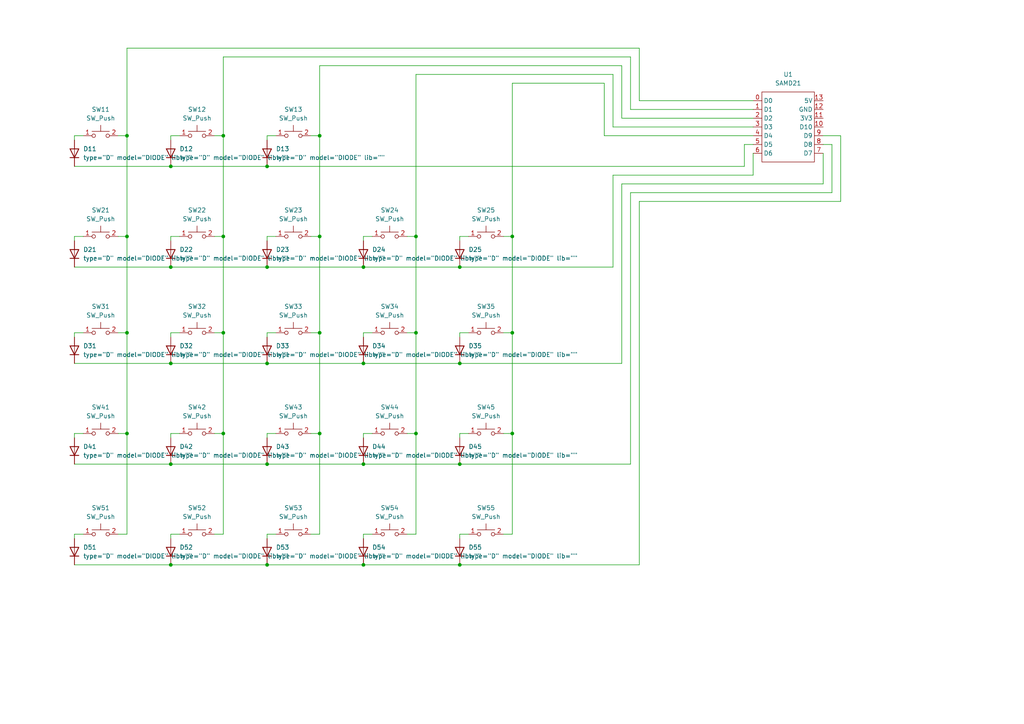
<source format=kicad_sch>
(kicad_sch (version 20211123) (generator eeschema)
  (paper "A4")
  (title_block (title "ktMacroPad") (date "2025-01-25") (rev "1"))
  (lib_symbols
    (symbol "Simulation_SPICE:DIODE" (pin_numbers hide) (pin_names (offset 1.016) hide)
      (property "Reference" "D" (at 0 2.54 0))
      (property "Value" "DIODE" (at 0 -2.54 0))
      (symbol "DIODE_0_1"
        (polyline (pts (xy 1.27 0) (xy -1.27 0)))
        (polyline (pts (xy 1.27 1.27) (xy 1.27 -1.27)) (stroke (width 0.254)))
        (polyline (pts (xy -1.27 -1.27) (xy -1.27 1.27) (xy 1.27 0) (xy -1.27 -1.27)) (stroke (width 0.254)))
      )
      (symbol "DIODE_1_1"
        (pin passive line (at -3.81 0 0) (length 2.54) (name "A") (number "1"))
        (pin passive line (at 3.81 0 180) (length 2.54) (name "K") (number "2"))
      )
    )
    (symbol "ktMacroPad:SAMD21"
      (property "Reference" "U" (at 0 12.7 0))
      (property "Value" "SAMD21" (at 0 0 90))
      (symbol "SAMD21_0_1"
        (rectangle (start -7.62 10.16) (end 7.62 -10.16))
      )
      (symbol "SAMD21_1_1"
        (pin bidirectional line (at -10.16 7.62 0) (length 2.54) (name "D0") (number "0"))
        (pin bidirectional line (at -10.16 5.08 0) (length 2.54) (name "D1") (number "1"))
        (pin bidirectional line (at 10.16 0 180) (length 2.54) (name "D10") (number "10"))
        (pin bidirectional line (at 10.16 2.54 180) (length 2.54) (name "3V3") (number "11"))
        (pin power_in line (at 10.16 5.08 180) (length 2.54) (name "GND") (number "12"))
        (pin bidirectional line (at 10.16 7.62 180) (length 2.54) (name "5V") (number "13"))
        (pin bidirectional line (at -10.16 2.54 0) (length 2.54) (name "D2") (number "2"))
        (pin bidirectional line (at -10.16 0 0) (length 2.54) (name "D3") (number "3"))
        (pin bidirectional line (at -10.16 -2.54 0) (length 2.54) (name "D4") (number "4"))
        (pin bidirectional line (at -10.16 -5.08 0) (length 2.54) (name "D5") (number "5"))
        (pin bidirectional line (at -10.16 -7.62 0) (length 2.54) (name "D6") (number "6"))
        (pin bidirectional line (at 10.16 -7.62 180) (length 2.54) (name "D7") (number "7"))
        (pin bidirectional line (at 10.16 -5.08 180) (length 2.54) (name "D8") (number "8"))
        (pin bidirectional line (at 10.16 -2.54 180) (length 2.54) (name "D9") (number "9"))
      )
    )
    (symbol "ktMacroPad:SW_Push" (pin_names (offset 1.016) hide)
      (property "Reference" "SW" (at 2.54 2.54 0))
      (property "Value" "SW_Push" (at 0 -1.27 0))
      (symbol "SW_Push_0_1"
        (circle (center -2.032 0) (radius 0.508))
        (polyline (pts (xy 0 1.27) (xy 0 3.048)))
        (polyline (pts (xy 2.54 1.27) (xy -2.54 1.27)))
        (circle (center 2.032 0) (radius 0.508))
        (pin passive line (at -5.08 0 0) (length 2.54) (name "1") (number "1"))
        (pin passive line (at 5.08 0 180) (length 2.54) (name "2") (number "2"))
      )
    )
  )
  (junction (at 92.71 39.37))
  (junction (at 77.47 134.62))
  (junction (at 105.41 105.41))
  (junction (at 133.35 105.41))
  (junction (at 92.71 68.58))
  (junction (at 148.59 96.52))
  (junction (at 105.41 134.62))
  (junction (at 36.83 68.58))
  (junction (at 49.53 163.83))
  (junction (at 49.53 77.47))
  (junction (at 64.77 125.73))
  (junction (at 133.35 77.47))
  (junction (at 64.77 39.37))
  (junction (at 133.35 134.62))
  (junction (at 148.59 68.58))
  (junction (at 92.71 125.73))
  (junction (at 36.83 39.37))
  (junction (at 64.77 68.58))
  (junction (at 133.35 163.83))
  (junction (at 77.47 77.47))
  (junction (at 120.65 125.73))
  (junction (at 120.65 68.58))
  (junction (at 120.65 96.52))
  (junction (at 105.41 163.83))
  (junction (at 77.47 163.83))
  (junction (at 36.83 96.52))
  (junction (at 49.53 105.41))
  (junction (at 36.83 125.73))
  (junction (at 77.47 48.26))
  (junction (at 49.53 134.62))
  (junction (at 105.41 77.47))
  (junction (at 64.77 96.52))
  (junction (at 77.47 105.41))
  (junction (at 92.71 96.52))
  (junction (at 148.59 125.73))
  (junction (at 49.53 48.26))
  (wire (pts (xy 52.07 154.94) (xy 49.53 154.94)))
  (wire (pts (xy 21.59 68.58) (xy 21.59 69.85)))
  (wire (pts (xy 90.17 125.73) (xy 92.71 125.73)))
  (wire (pts (xy 107.95 96.52) (xy 105.41 96.52)))
  (wire (pts (xy 146.05 96.52) (xy 148.59 96.52)))
  (wire (pts (xy 105.41 96.52) (xy 105.41 97.79)))
  (wire (pts (xy 62.23 125.73) (xy 64.77 125.73)))
  (wire (pts (xy 36.83 13.97) (xy 36.83 39.37)))
  (wire (pts (xy 64.77 125.73) (xy 64.77 154.94)))
  (wire (pts (xy 49.53 134.62) (xy 77.47 134.62)))
  (wire (pts (xy 218.44 36.83) (xy 177.8 36.83)))
  (wire (pts (xy 177.8 36.83) (xy 177.8 21.59)))
  (wire (pts (xy 77.47 105.41) (xy 105.41 105.41)))
  (wire (pts (xy 62.23 96.52) (xy 64.77 96.52)))
  (wire (pts (xy 148.59 68.58) (xy 148.59 96.52)))
  (wire (pts (xy 177.8 50.8) (xy 177.8 77.47)))
  (wire (pts (xy 180.34 105.41) (xy 133.35 105.41)))
  (wire (pts (xy 218.44 34.29) (xy 180.34 34.29)))
  (wire (pts (xy 34.29 154.94) (xy 36.83 154.94)))
  (wire (pts (xy 80.01 39.37) (xy 77.47 39.37)))
  (wire (pts (xy 36.83 68.58) (xy 36.83 96.52)))
  (wire (pts (xy 49.53 163.83) (xy 77.47 163.83)))
  (wire (pts (xy 118.11 125.73) (xy 120.65 125.73)))
  (wire (pts (xy 49.53 96.52) (xy 49.53 97.79)))
  (wire (pts (xy 64.77 96.52) (xy 64.77 125.73)))
  (wire (pts (xy 36.83 125.73) (xy 36.83 154.94)))
  (wire (pts (xy 77.47 39.37) (xy 77.47 40.64)))
  (wire (pts (xy 49.53 77.47) (xy 77.47 77.47)))
  (wire (pts (xy 62.23 154.94) (xy 64.77 154.94)))
  (wire (pts (xy 120.65 21.59) (xy 120.65 68.58)))
  (wire (pts (xy 90.17 96.52) (xy 92.71 96.52)))
  (wire (pts (xy 215.9 41.91) (xy 215.9 48.26)))
  (wire (pts (xy 90.17 154.94) (xy 92.71 154.94)))
  (wire (pts (xy 107.95 154.94) (xy 105.41 154.94)))
  (wire (pts (xy 177.8 77.47) (xy 133.35 77.47)))
  (wire (pts (xy 135.89 154.94) (xy 133.35 154.94)))
  (wire (pts (xy 241.3 41.91) (xy 241.3 55.88)))
  (wire (pts (xy 77.47 77.47) (xy 105.41 77.47)))
  (wire (pts (xy 105.41 134.62) (xy 133.35 134.62)))
  (wire (pts (xy 105.41 77.47) (xy 133.35 77.47)))
  (wire (pts (xy 64.77 16.51) (xy 64.77 39.37)))
  (wire (pts (xy 34.29 39.37) (xy 36.83 39.37)))
  (wire (pts (xy 21.59 105.41) (xy 49.53 105.41)))
  (wire (pts (xy 21.59 125.73) (xy 21.59 127)))
  (wire (pts (xy 182.88 16.51) (xy 64.77 16.51)))
  (wire (pts (xy 243.84 39.37) (xy 243.84 58.42)))
  (wire (pts (xy 92.71 19.05) (xy 92.71 39.37)))
  (wire (pts (xy 120.65 96.52) (xy 120.65 125.73)))
  (wire (pts (xy 21.59 134.62) (xy 49.53 134.62)))
  (wire (pts (xy 135.89 125.73) (xy 133.35 125.73)))
  (wire (pts (xy 135.89 68.58) (xy 133.35 68.58)))
  (wire (pts (xy 180.34 53.34) (xy 180.34 105.41)))
  (wire (pts (xy 77.47 48.26) (xy 215.9 48.26)))
  (wire (pts (xy 215.9 41.91) (xy 218.44 41.91)))
  (wire (pts (xy 148.59 125.73) (xy 148.59 154.94)))
  (wire (pts (xy 218.44 31.75) (xy 182.88 31.75)))
  (wire (pts (xy 90.17 68.58) (xy 92.71 68.58)))
  (wire (pts (xy 49.53 154.94) (xy 49.53 156.21)))
  (wire (pts (xy 64.77 39.37) (xy 64.77 68.58)))
  (wire (pts (xy 21.59 96.52) (xy 21.59 97.79)))
  (wire (pts (xy 24.13 39.37) (xy 21.59 39.37)))
  (wire (pts (xy 120.65 125.73) (xy 120.65 154.94)))
  (wire (pts (xy 77.47 125.73) (xy 77.47 127)))
  (wire (pts (xy 21.59 154.94) (xy 21.59 156.21)))
  (wire (pts (xy 80.01 154.94) (xy 77.47 154.94)))
  (wire (pts (xy 180.34 53.34) (xy 238.76 53.34)))
  (wire (pts (xy 133.35 96.52) (xy 133.35 97.79)))
  (wire (pts (xy 64.77 68.58) (xy 64.77 96.52)))
  (wire (pts (xy 24.13 125.73) (xy 21.59 125.73)))
  (wire (pts (xy 118.11 96.52) (xy 120.65 96.52)))
  (wire (pts (xy 118.11 68.58) (xy 120.65 68.58)))
  (wire (pts (xy 62.23 68.58) (xy 64.77 68.58)))
  (wire (pts (xy 92.71 96.52) (xy 92.71 125.73)))
  (wire (pts (xy 24.13 68.58) (xy 21.59 68.58)))
  (wire (pts (xy 218.44 44.45) (xy 218.44 50.8)))
  (wire (pts (xy 34.29 96.52) (xy 36.83 96.52)))
  (wire (pts (xy 105.41 125.73) (xy 105.41 127)))
  (wire (pts (xy 77.47 154.94) (xy 77.47 156.21)))
  (wire (pts (xy 52.07 96.52) (xy 49.53 96.52)))
  (wire (pts (xy 180.34 34.29) (xy 180.34 19.05)))
  (wire (pts (xy 92.71 39.37) (xy 92.71 68.58)))
  (wire (pts (xy 49.53 48.26) (xy 77.47 48.26)))
  (wire (pts (xy 24.13 96.52) (xy 21.59 96.52)))
  (wire (pts (xy 241.3 55.88) (xy 182.88 55.88)))
  (wire (pts (xy 77.47 96.52) (xy 77.47 97.79)))
  (wire (pts (xy 243.84 58.42) (xy 185.42 58.42)))
  (wire (pts (xy 180.34 19.05) (xy 92.71 19.05)))
  (wire (pts (xy 238.76 44.45) (xy 238.76 53.34)))
  (wire (pts (xy 24.13 154.94) (xy 21.59 154.94)))
  (wire (pts (xy 107.95 68.58) (xy 105.41 68.58)))
  (wire (pts (xy 118.11 154.94) (xy 120.65 154.94)))
  (wire (pts (xy 120.65 68.58) (xy 120.65 96.52)))
  (wire (pts (xy 34.29 68.58) (xy 36.83 68.58)))
  (wire (pts (xy 49.53 68.58) (xy 49.53 69.85)))
  (wire (pts (xy 177.8 50.8) (xy 218.44 50.8)))
  (wire (pts (xy 49.53 125.73) (xy 49.53 127)))
  (wire (pts (xy 182.88 55.88) (xy 182.88 134.62)))
  (wire (pts (xy 105.41 163.83) (xy 133.35 163.83)))
  (wire (pts (xy 177.8 21.59) (xy 120.65 21.59)))
  (wire (pts (xy 80.01 96.52) (xy 77.47 96.52)))
  (wire (pts (xy 146.05 68.58) (xy 148.59 68.58)))
  (wire (pts (xy 49.53 105.41) (xy 77.47 105.41)))
  (wire (pts (xy 92.71 125.73) (xy 92.71 154.94)))
  (wire (pts (xy 21.59 163.83) (xy 49.53 163.83)))
  (wire (pts (xy 175.26 39.37) (xy 175.26 24.13)))
  (wire (pts (xy 182.88 134.62) (xy 133.35 134.62)))
  (wire (pts (xy 135.89 96.52) (xy 133.35 96.52)))
  (wire (pts (xy 185.42 13.97) (xy 36.83 13.97)))
  (wire (pts (xy 105.41 68.58) (xy 105.41 69.85)))
  (wire (pts (xy 90.17 39.37) (xy 92.71 39.37)))
  (wire (pts (xy 133.35 68.58) (xy 133.35 69.85)))
  (wire (pts (xy 80.01 68.58) (xy 77.47 68.58)))
  (wire (pts (xy 175.26 24.13) (xy 148.59 24.13)))
  (wire (pts (xy 133.35 125.73) (xy 133.35 127)))
  (wire (pts (xy 105.41 105.41) (xy 133.35 105.41)))
  (wire (pts (xy 146.05 125.73) (xy 148.59 125.73)))
  (wire (pts (xy 21.59 77.47) (xy 49.53 77.47)))
  (wire (pts (xy 80.01 125.73) (xy 77.47 125.73)))
  (wire (pts (xy 218.44 29.21) (xy 185.42 29.21)))
  (wire (pts (xy 21.59 39.37) (xy 21.59 40.64)))
  (wire (pts (xy 92.71 68.58) (xy 92.71 96.52)))
  (wire (pts (xy 133.35 163.83) (xy 185.42 163.83)))
  (wire (pts (xy 148.59 96.52) (xy 148.59 125.73)))
  (wire (pts (xy 52.07 125.73) (xy 49.53 125.73)))
  (wire (pts (xy 146.05 154.94) (xy 148.59 154.94)))
  (wire (pts (xy 34.29 125.73) (xy 36.83 125.73)))
  (wire (pts (xy 77.47 163.83) (xy 105.41 163.83)))
  (wire (pts (xy 133.35 154.94) (xy 133.35 156.21)))
  (wire (pts (xy 36.83 96.52) (xy 36.83 125.73)))
  (wire (pts (xy 77.47 134.62) (xy 105.41 134.62)))
  (wire (pts (xy 238.76 39.37) (xy 243.84 39.37)))
  (wire (pts (xy 52.07 39.37) (xy 49.53 39.37)))
  (wire (pts (xy 77.47 68.58) (xy 77.47 69.85)))
  (wire (pts (xy 218.44 39.37) (xy 175.26 39.37)))
  (wire (pts (xy 185.42 58.42) (xy 185.42 163.83)))
  (wire (pts (xy 52.07 68.58) (xy 49.53 68.58)))
  (wire (pts (xy 148.59 24.13) (xy 148.59 68.58)))
  (wire (pts (xy 105.41 154.94) (xy 105.41 156.21)))
  (wire (pts (xy 238.76 41.91) (xy 241.3 41.91)))
  (wire (pts (xy 49.53 39.37) (xy 49.53 40.64)))
  (wire (pts (xy 185.42 29.21) (xy 185.42 13.97)))
  (wire (pts (xy 21.59 48.26) (xy 49.53 48.26)))
  (wire (pts (xy 62.23 39.37) (xy 64.77 39.37)))
  (wire (pts (xy 182.88 31.75) (xy 182.88 16.51)))
  (wire (pts (xy 107.95 125.73) (xy 105.41 125.73)))
  (wire (pts (xy 36.83 39.37) (xy 36.83 68.58)))
  (symbol (lib_id "ktMacroPad:SW_Push") (at 140.97 68.58 0) (unit 1)
    (property "Reference" "SW25" (at 140.97 60.96 0))
    (property "Value" "SW_Push" (at 140.97 63.5 0))
    (property "Footprint" "ktMacroPad:MX_Choc_Socket" (effects hide))
  )
  (symbol (lib_id "ktMacroPad:SW_Push") (at 29.21 96.52 0) (unit 1)
    (property "Reference" "SW31" (at 29.21 88.9 0))
    (property "Value" "SW_Push" (at 29.21 91.44 0))
    (property "Footprint" "ktMacroPad:MX_Choc_Socket" (effects hide))
  )
  (symbol (lib_id "Simulation_SPICE:DIODE") (at 77.47 44.45 270) (unit 1)
    (property "Reference" "D13" (at 80.01 43.1799 90) (effects (justify left)))
    (property "Value" "DIODE" (at 80.01 45.7199 90) (effects (justify left)))
    (property "Footprint" "ktMacroPad:DI" (effects hide))
    (property "Spice_Netlist_Enabled" "Y" (effects hide))
    (property "Spice_Primitive" "D" (effects hide))
  )
  (symbol (lib_id "ktMacroPad:SW_Push") (at 29.21 39.37 0) (unit 1)
    (property "Reference" "SW11" (at 29.21 31.75 0))
    (property "Value" "SW_Push" (at 29.21 34.29 0))
    (property "Footprint" "ktMacroPad:MX_Choc_Socket" (effects hide))
  )
  (symbol (lib_id "Simulation_SPICE:DIODE") (at 49.53 44.45 270) (unit 1)
    (property "Reference" "D12" (at 52.07 43.1799 90) (effects (justify left)))
    (property "Value" "DIODE" (at 52.07 45.7199 90) (effects (justify left)))
    (property "Footprint" "ktMacroPad:DI" (effects hide))
    (property "Spice_Netlist_Enabled" "Y" (effects hide))
    (property "Spice_Primitive" "D" (effects hide))
  )
  (symbol (lib_id "Simulation_SPICE:DIODE") (at 133.35 73.66 270) (unit 1)
    (property "Reference" "D25" (at 135.89 72.3899 90) (effects (justify left)))
    (property "Value" "DIODE" (at 135.89 74.9299 90) (effects (justify left)))
    (property "Footprint" "ktMacroPad:DI" (effects hide))
    (property "Spice_Netlist_Enabled" "Y" (effects hide))
    (property "Spice_Primitive" "D" (effects hide))
  )
  (symbol (lib_id "ktMacroPad:SW_Push") (at 57.15 96.52 0) (unit 1)
    (property "Reference" "SW32" (at 57.15 88.9 0))
    (property "Value" "SW_Push" (at 57.15 91.44 0))
    (property "Footprint" "ktMacroPad:MX_Choc_Socket" (effects hide))
  )
  (symbol (lib_id "ktMacroPad:SW_Push") (at 140.97 96.52 0) (unit 1)
    (property "Reference" "SW35" (at 140.97 88.9 0))
    (property "Value" "SW_Push" (at 140.97 91.44 0))
    (property "Footprint" "ktMacroPad:MX_Choc_Socket" (effects hide))
  )
  (symbol (lib_id "ktMacroPad:SW_Push") (at 29.21 68.58 0) (unit 1)
    (property "Reference" "SW21" (at 29.21 60.96 0))
    (property "Value" "SW_Push" (at 29.21 63.5 0))
    (property "Footprint" "ktMacroPad:MX_Choc_Socket" (effects hide))
  )
  (symbol (lib_id "ktMacroPad:SW_Push") (at 57.15 39.37 0) (unit 1)
    (property "Reference" "SW12" (at 57.15 31.75 0))
    (property "Value" "SW_Push" (at 57.15 34.29 0))
    (property "Footprint" "ktMacroPad:MX_Choc_Socket" (effects hide))
  )
  (symbol (lib_id "ktMacroPad:SW_Push") (at 113.03 68.58 0) (unit 1)
    (property "Reference" "SW24" (at 113.03 60.96 0))
    (property "Value" "SW_Push" (at 113.03 63.5 0))
    (property "Footprint" "ktMacroPad:MX_Choc_Socket" (effects hide))
  )
  (symbol (lib_id "Simulation_SPICE:DIODE") (at 49.53 130.81 270) (unit 1)
    (property "Reference" "D42" (at 52.07 129.5399 90) (effects (justify left)))
    (property "Value" "DIODE" (at 52.07 132.0799 90) (effects (justify left)))
    (property "Footprint" "ktMacroPad:DI" (effects hide))
    (property "Spice_Netlist_Enabled" "Y" (effects hide))
    (property "Spice_Primitive" "D" (effects hide))
  )
  (symbol (lib_id "Simulation_SPICE:DIODE") (at 133.35 101.6 270) (unit 1)
    (property "Reference" "D35" (at 135.89 100.3299 90) (effects (justify left)))
    (property "Value" "DIODE" (at 135.89 102.8699 90) (effects (justify left)))
    (property "Footprint" "ktMacroPad:DI" (effects hide))
    (property "Spice_Netlist_Enabled" "Y" (effects hide))
    (property "Spice_Primitive" "D" (effects hide))
  )
  (symbol (lib_id "Simulation_SPICE:DIODE") (at 21.59 44.45 270) (unit 1)
    (property "Reference" "D11" (at 24.13 43.1799 90) (effects (justify left)))
    (property "Value" "DIODE" (at 24.13 45.7199 90) (effects (justify left)))
    (property "Footprint" "ktMacroPad:DI" (effects hide))
    (property "Spice_Netlist_Enabled" "Y" (effects hide))
    (property "Spice_Primitive" "D" (effects hide))
  )
  (symbol (lib_id "ktMacroPad:SW_Push") (at 113.03 125.73 0) (unit 1)
    (property "Reference" "SW44" (at 113.03 118.11 0))
    (property "Value" "SW_Push" (at 113.03 120.65 0))
    (property "Footprint" "ktMacroPad:MX_Choc_Socket" (effects hide))
  )
  (symbol (lib_id "Simulation_SPICE:DIODE") (at 49.53 160.02 270) (unit 1)
    (property "Reference" "D52" (at 52.07 158.7499 90) (effects (justify left)))
    (property "Value" "DIODE" (at 52.07 161.2899 90) (effects (justify left)))
    (property "Footprint" "ktMacroPad:DI" (effects hide))
    (property "Spice_Netlist_Enabled" "Y" (effects hide))
    (property "Spice_Primitive" "D" (effects hide))
  )
  (symbol (lib_id "ktMacroPad:SW_Push") (at 113.03 96.52 0) (unit 1)
    (property "Reference" "SW34" (at 113.03 88.9 0))
    (property "Value" "SW_Push" (at 113.03 91.44 0))
    (property "Footprint" "ktMacroPad:MX_Choc_Socket" (effects hide))
  )
  (symbol (lib_id "Simulation_SPICE:DIODE") (at 105.41 73.66 270) (unit 1)
    (property "Reference" "D24" (at 107.95 72.3899 90) (effects (justify left)))
    (property "Value" "DIODE" (at 107.95 74.9299 90) (effects (justify left)))
    (property "Footprint" "ktMacroPad:DI" (effects hide))
    (property "Spice_Netlist_Enabled" "Y" (effects hide))
    (property "Spice_Primitive" "D" (effects hide))
  )
  (symbol (lib_id "ktMacroPad:SW_Push") (at 57.15 68.58 0) (unit 1)
    (property "Reference" "SW22" (at 57.15 60.96 0))
    (property "Value" "SW_Push" (at 57.15 63.5 0))
    (property "Footprint" "ktMacroPad:MX_Choc_Socket" (effects hide))
  )
  (symbol (lib_id "Simulation_SPICE:DIODE") (at 49.53 101.6 270) (unit 1)
    (property "Reference" "D32" (at 52.07 100.3299 90) (effects (justify left)))
    (property "Value" "DIODE" (at 52.07 102.8699 90) (effects (justify left)))
    (property "Footprint" "ktMacroPad:DI" (effects hide))
    (property "Spice_Netlist_Enabled" "Y" (effects hide))
    (property "Spice_Primitive" "D" (effects hide))
  )
  (symbol (lib_id "ktMacroPad:SW_Push") (at 140.97 125.73 0) (unit 1)
    (property "Reference" "SW45" (at 140.97 118.11 0))
    (property "Value" "SW_Push" (at 140.97 120.65 0))
    (property "Footprint" "ktMacroPad:MX_Choc_Socket" (effects hide))
  )
  (symbol (lib_id "Simulation_SPICE:DIODE") (at 105.41 101.6 270) (unit 1)
    (property "Reference" "D34" (at 107.95 100.3299 90) (effects (justify left)))
    (property "Value" "DIODE" (at 107.95 102.8699 90) (effects (justify left)))
    (property "Footprint" "ktMacroPad:DI" (effects hide))
    (property "Spice_Netlist_Enabled" "Y" (effects hide))
    (property "Spice_Primitive" "D" (effects hide))
  )
  (symbol (lib_id "ktMacroPad:SW_Push") (at 85.09 96.52 0) (unit 1)
    (property "Reference" "SW33" (at 85.09 88.9 0))
    (property "Value" "SW_Push" (at 85.09 91.44 0))
    (property "Footprint" "ktMacroPad:MX_Choc_Socket" (effects hide))
  )
  (symbol (lib_id "Simulation_SPICE:DIODE") (at 77.47 101.6 270) (unit 1)
    (property "Reference" "D33" (at 80.01 100.3299 90) (effects (justify left)))
    (property "Value" "DIODE" (at 80.01 102.8699 90) (effects (justify left)))
    (property "Footprint" "ktMacroPad:DI" (effects hide))
    (property "Spice_Netlist_Enabled" "Y" (effects hide))
    (property "Spice_Primitive" "D" (effects hide))
  )
  (symbol (lib_id "ktMacroPad:SW_Push") (at 85.09 125.73 0) (unit 1)
    (property "Reference" "SW43" (at 85.09 118.11 0))
    (property "Value" "SW_Push" (at 85.09 120.65 0))
    (property "Footprint" "ktMacroPad:MX_Choc_Socket" (effects hide))
  )
  (symbol (lib_id "ktMacroPad:SW_Push") (at 113.03 154.94 0) (unit 1)
    (property "Reference" "SW54" (at 113.03 147.32 0))
    (property "Value" "SW_Push" (at 113.03 149.86 0))
    (property "Footprint" "ktMacroPad:MX_Choc_Socket" (effects hide))
  )
  (symbol (lib_id "Simulation_SPICE:DIODE") (at 77.47 73.66 270) (unit 1)
    (property "Reference" "D23" (at 80.01 72.3899 90) (effects (justify left)))
    (property "Value" "DIODE" (at 80.01 74.9299 90) (effects (justify left)))
    (property "Footprint" "ktMacroPad:DI" (effects hide))
    (property "Spice_Netlist_Enabled" "Y" (effects hide))
    (property "Spice_Primitive" "D" (effects hide))
  )
  (symbol (lib_id "Simulation_SPICE:DIODE") (at 21.59 73.66 270) (unit 1)
    (property "Reference" "D21" (at 24.13 72.3899 90) (effects (justify left)))
    (property "Value" "DIODE" (at 24.13 74.9299 90) (effects (justify left)))
    (property "Footprint" "ktMacroPad:DI" (effects hide))
    (property "Spice_Netlist_Enabled" "Y" (effects hide))
    (property "Spice_Primitive" "D" (effects hide))
  )
  (symbol (lib_id "ktMacroPad:SW_Push") (at 85.09 68.58 0) (unit 1)
    (property "Reference" "SW23" (at 85.09 60.96 0))
    (property "Value" "SW_Push" (at 85.09 63.5 0))
    (property "Footprint" "ktMacroPad:MX_Choc_Socket" (effects hide))
  )
  (symbol (lib_id "Simulation_SPICE:DIODE") (at 133.35 130.81 270) (unit 1)
    (property "Reference" "D45" (at 135.89 129.5399 90) (effects (justify left)))
    (property "Value" "DIODE" (at 135.89 132.0799 90) (effects (justify left)))
    (property "Footprint" "ktMacroPad:DI" (effects hide))
    (property "Spice_Netlist_Enabled" "Y" (effects hide))
    (property "Spice_Primitive" "D" (effects hide))
  )
  (symbol (lib_id "Simulation_SPICE:DIODE") (at 133.35 160.02 270) (unit 1)
    (property "Reference" "D55" (at 135.89 158.7499 90) (effects (justify left)))
    (property "Value" "DIODE" (at 135.89 161.2899 90) (effects (justify left)))
    (property "Footprint" "ktMacroPad:DI" (effects hide))
    (property "Spice_Netlist_Enabled" "Y" (effects hide))
    (property "Spice_Primitive" "D" (effects hide))
  )
  (symbol (lib_id "ktMacroPad:SW_Push") (at 29.21 125.73 0) (unit 1)
    (property "Reference" "SW41" (at 29.21 118.11 0))
    (property "Value" "SW_Push" (at 29.21 120.65 0))
    (property "Footprint" "ktMacroPad:MX_Choc_Socket" (effects hide))
  )
  (symbol (lib_id "ktMacroPad:SW_Push") (at 57.15 154.94 0) (unit 1)
    (property "Reference" "SW52" (at 57.15 147.32 0))
    (property "Value" "SW_Push" (at 57.15 149.86 0))
    (property "Footprint" "ktMacroPad:MX_Choc_Socket" (effects hide))
  )
  (symbol (lib_id "ktMacroPad:SW_Push") (at 140.97 154.94 0) (unit 1)
    (property "Reference" "SW55" (at 140.97 147.32 0))
    (property "Value" "SW_Push" (at 140.97 149.86 0))
    (property "Footprint" "ktMacroPad:MX_Choc_Socket" (effects hide))
  )
  (symbol (lib_id "Simulation_SPICE:DIODE") (at 77.47 160.02 270) (unit 1)
    (property "Reference" "D53" (at 80.01 158.7499 90) (effects (justify left)))
    (property "Value" "DIODE" (at 80.01 161.2899 90) (effects (justify left)))
    (property "Footprint" "ktMacroPad:DI" (effects hide))
    (property "Spice_Netlist_Enabled" "Y" (effects hide))
    (property "Spice_Primitive" "D" (effects hide))
  )
  (symbol (lib_id "Simulation_SPICE:DIODE") (at 105.41 130.81 270) (unit 1)
    (property "Reference" "D44" (at 107.95 129.5399 90) (effects (justify left)))
    (property "Value" "DIODE" (at 107.95 132.0799 90) (effects (justify left)))
    (property "Footprint" "ktMacroPad:DI" (effects hide))
    (property "Spice_Netlist_Enabled" "Y" (effects hide))
    (property "Spice_Primitive" "D" (effects hide))
  )
  (symbol (lib_id "ktMacroPad:SW_Push") (at 29.21 154.94 0) (unit 1)
    (property "Reference" "SW51" (at 29.21 147.32 0))
    (property "Value" "SW_Push" (at 29.21 149.86 0))
    (property "Footprint" "ktMacroPad:MX_Choc_Socket" (effects hide))
  )
  (symbol (lib_id "ktMacroPad:SAMD21") (at 228.6 36.83 0) (unit 1)
    (property "Reference" "U1" (at 228.6 21.59 0))
    (property "Value" "SAMD21" (at 228.6 24.13 0))
    (property "Footprint" "ktMacroPad:Seeed xiao" (effects hide))
  )
  (symbol (lib_id "ktMacroPad:SW_Push") (at 57.15 125.73 0) (unit 1)
    (property "Reference" "SW42" (at 57.15 118.11 0))
    (property "Value" "SW_Push" (at 57.15 120.65 0))
    (property "Footprint" "ktMacroPad:MX_Choc_Socket" (effects hide))
  )
  (symbol (lib_id "ktMacroPad:SW_Push") (at 85.09 39.37 0) (unit 1)
    (property "Reference" "SW13" (at 85.09 31.75 0))
    (property "Value" "SW_Push" (at 85.09 34.29 0))
    (property "Footprint" "ktMacroPad:MX_Choc_Socket" (effects hide))
  )
  (symbol (lib_id "Simulation_SPICE:DIODE") (at 49.53 73.66 270) (unit 1)
    (property "Reference" "D22" (at 52.07 72.3899 90) (effects (justify left)))
    (property "Value" "DIODE" (at 52.07 74.9299 90) (effects (justify left)))
    (property "Footprint" "ktMacroPad:DI" (effects hide))
    (property "Spice_Netlist_Enabled" "Y" (effects hide))
    (property "Spice_Primitive" "D" (effects hide))
  )
  (symbol (lib_id "Simulation_SPICE:DIODE") (at 21.59 101.6 270) (unit 1)
    (property "Reference" "D31" (at 24.13 100.3299 90) (effects (justify left)))
    (property "Value" "DIODE" (at 24.13 102.8699 90) (effects (justify left)))
    (property "Footprint" "ktMacroPad:DI" (effects hide))
    (property "Spice_Netlist_Enabled" "Y" (effects hide))
    (property "Spice_Primitive" "D" (effects hide))
  )
  (symbol (lib_id "Simulation_SPICE:DIODE") (at 21.59 130.81 270) (unit 1)
    (property "Reference" "D41" (at 24.13 129.5399 90) (effects (justify left)))
    (property "Value" "DIODE" (at 24.13 132.0799 90) (effects (justify left)))
    (property "Footprint" "ktMacroPad:DI" (effects hide))
    (property "Spice_Netlist_Enabled" "Y" (effects hide))
    (property "Spice_Primitive" "D" (effects hide))
  )
  (symbol (lib_id "Simulation_SPICE:DIODE") (at 21.59 160.02 270) (unit 1)
    (property "Reference" "D51" (at 24.13 158.7499 90) (effects (justify left)))
    (property "Value" "DIODE" (at 24.13 161.2899 90) (effects (justify left)))
    (property "Footprint" "ktMacroPad:DI" (effects hide))
    (property "Spice_Netlist_Enabled" "Y" (effects hide))
    (property "Spice_Primitive" "D" (effects hide))
  )
  (symbol (lib_id "Simulation_SPICE:DIODE") (at 105.41 160.02 270) (unit 1)
    (property "Reference" "D54" (at 107.95 158.7499 90) (effects (justify left)))
    (property "Value" "DIODE" (at 107.95 161.2899 90) (effects (justify left)))
    (property "Footprint" "ktMacroPad:DI" (effects hide))
    (property "Spice_Netlist_Enabled" "Y" (effects hide))
    (property "Spice_Primitive" "D" (effects hide))
  )
  (symbol (lib_id "Simulation_SPICE:DIODE") (at 77.47 130.81 270) (unit 1)
    (property "Reference" "D43" (at 80.01 129.5399 90) (effects (justify left)))
    (property "Value" "DIODE" (at 80.01 132.0799 90) (effects (justify left)))
    (property "Footprint" "ktMacroPad:DI" (effects hide))
    (property "Spice_Netlist_Enabled" "Y" (effects hide))
    (property "Spice_Primitive" "D" (effects hide))
  )
  (symbol (lib_id "ktMacroPad:SW_Push") (at 85.09 154.94 0) (unit 1)
    (property "Reference" "SW53" (at 85.09 147.32 0))
    (property "Value" "SW_Push" (at 85.09 149.86 0))
    (property "Footprint" "ktMacroPad:MX_Choc_Socket" (effects hide))
  )
)
</source>
